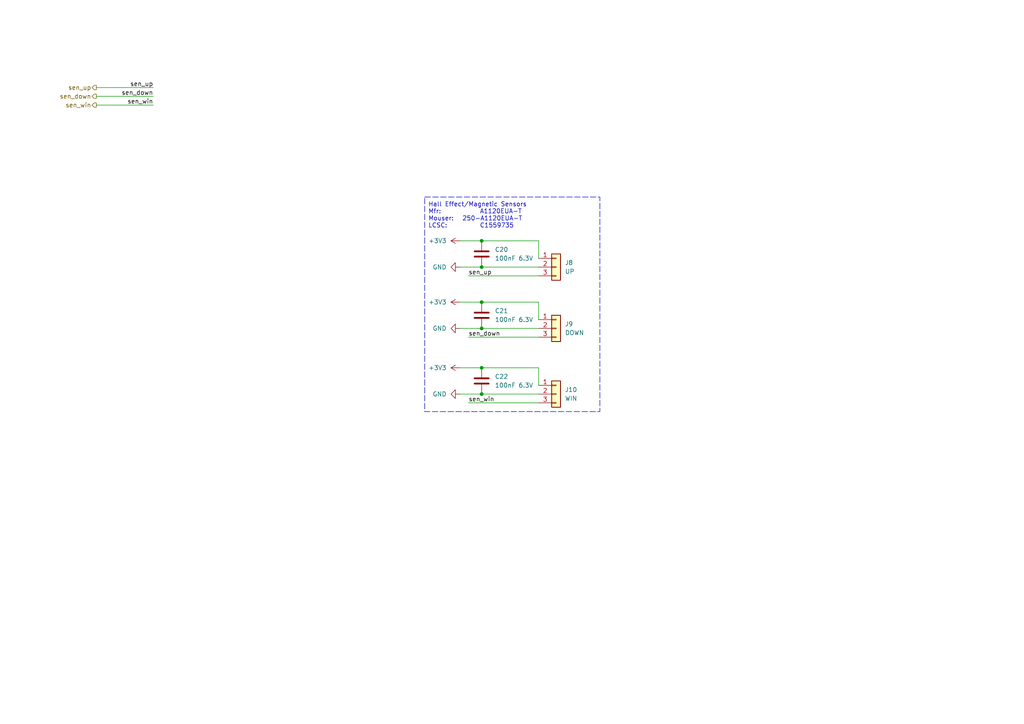
<source format=kicad_sch>
(kicad_sch (version 20231120) (generator "eeschema") (generator_version "8.0")
  (paper "A4")
  (title_block (title "ESPHome Cover PCB") (date "2024-05-12") (rev "1") (company "Tim"))
  (lib_symbols
    (symbol "Connector_Generic:Conn_01x03" (pin_names (offset 1.016) hide)
      (property "Reference" "J" (at 0 5.08 0))
      (property "Value" "Conn_01x03" (at 0 -5.08 0))
      (symbol "Conn_01x03_1_1"
        (rectangle (start -1.27 -2.413) (end 0 -2.667) (stroke (width 0.1524)))
        (rectangle (start -1.27 0.127) (end 0 -0.127) (stroke (width 0.1524)))
        (rectangle (start -1.27 2.667) (end 0 2.413) (stroke (width 0.1524)))
        (rectangle (start -1.27 3.81) (end 1.27 -3.81) (stroke (width 0.254)) (fill (type background)))
        (pin passive line (at -5.08 2.54 0) (length 3.81) (name "Pin_1") (number "1"))
        (pin passive line (at -5.08 0 0) (length 3.81) (name "Pin_2") (number "2"))
        (pin passive line (at -5.08 -2.54 0) (length 3.81) (name "Pin_3") (number "3"))
      )
    )
    (symbol "Device:C" (pin_numbers hide) (pin_names (offset 0.254))
      (property "Reference" "C" (at 0.635 2.54 0))
      (property "Value" "C" (at 0.635 -2.54 0))
      (symbol "C_0_1"
        (polyline (pts (xy -2.032 -0.762) (xy 2.032 -0.762)) (stroke (width 0.508)))
        (polyline (pts (xy -2.032 0.762) (xy 2.032 0.762)) (stroke (width 0.508)))
      )
      (symbol "C_1_1"
        (pin passive line (at 0 3.81 270) (length 2.794) (name "~") (number "1"))
        (pin passive line (at 0 -3.81 90) (length 2.794) (name "~") (number "2"))
      )
    )
    (symbol "power:+3V3" (power) (pin_numbers hide) (pin_names (offset 0) hide)
      (property "Value" "+3V3" (at 0 3.556 0))
      (symbol "+3V3_0_1"
        (polyline (pts (xy -0.762 1.27) (xy 0 2.54)))
        (polyline (pts (xy 0 0) (xy 0 2.54)))
        (polyline (pts (xy 0 2.54) (xy 0.762 1.27)))
      )
      (symbol "+3V3_1_1"
        (pin power_in line (at 0 0 90) (length 0) (name "~") (number "1"))
      )
    )
    (symbol "power:GND" (power) (pin_numbers hide) (pin_names (offset 0) hide)
      (property "Value" "GND" (at 0 -3.81 0))
      (symbol "GND_0_1"
        (polyline (pts (xy 0 0) (xy 0 -1.27) (xy 1.27 -1.27) (xy 0 -2.54) (xy -1.27 -1.27) (xy 0 -1.27)))
      )
      (symbol "GND_1_1"
        (pin power_in line (at 0 0 270) (length 0) (name "~") (number "1"))
      )
    )
  )
  (junction (at 139.7 77.47))
  (junction (at 139.7 95.25))
  (junction (at 139.7 106.68))
  (junction (at 139.7 114.3))
  (junction (at 139.7 87.63))
  (junction (at 139.7 69.85))
  (wire (pts (xy 27.94 30.48) (xy 44.45 30.48)))
  (wire (pts (xy 139.7 114.3) (xy 156.21 114.3)))
  (wire (pts (xy 135.89 97.79) (xy 156.21 97.79)))
  (wire (pts (xy 27.94 27.94) (xy 44.45 27.94)))
  (wire (pts (xy 133.35 87.63) (xy 139.7 87.63)))
  (wire (pts (xy 156.21 106.68) (xy 139.7 106.68)))
  (wire (pts (xy 156.21 74.93) (xy 156.21 69.85)))
  (wire (pts (xy 135.89 116.84) (xy 156.21 116.84)))
  (wire (pts (xy 27.94 25.4) (xy 44.45 25.4)))
  (wire (pts (xy 156.21 92.71) (xy 156.21 87.63)))
  (wire (pts (xy 156.21 69.85) (xy 139.7 69.85)))
  (wire (pts (xy 133.35 95.25) (xy 139.7 95.25)))
  (wire (pts (xy 135.89 80.01) (xy 156.21 80.01)))
  (wire (pts (xy 133.35 114.3) (xy 139.7 114.3)))
  (wire (pts (xy 139.7 95.25) (xy 156.21 95.25)))
  (wire (pts (xy 133.35 77.47) (xy 139.7 77.47)))
  (wire (pts (xy 156.21 111.76) (xy 156.21 106.68)))
  (wire (pts (xy 133.35 106.68) (xy 139.7 106.68)))
  (wire (pts (xy 156.21 87.63) (xy 139.7 87.63)))
  (wire (pts (xy 133.35 69.85) (xy 139.7 69.85)))
  (wire (pts (xy 139.7 77.47) (xy 156.21 77.47)))
  (rectangle (start 123.19 57.15) (end 173.99 119.38) (stroke (width 0) (type dash)))
  (text "Hall Effect/Magnetic Sensors\nMfr:		A1120EUA-T\nMouser:	250-A1120EUA-T\nLCSC:		C1559735" (at 124.206 58.674 0) (effects (font (size 1.27 1.27)) (justify left top)))
  (label "sen_win" (at 135.89 116.84 0))
  (label "sen_down" (at 135.89 97.79 0))
  (label "sen_down" (at 44.45 27.94 180))
  (label "sen_win" (at 44.45 30.48 180))
  (label "sen_up" (at 135.89 80.01 0))
  (label "sen_up" (at 44.45 25.4 180))
  (hierarchical_label "sen_down" (shape output) (at 27.94 27.94 180))
  (hierarchical_label "sen_win" (shape output) (at 27.94 30.48 180))
  (hierarchical_label "sen_up" (shape output) (at 27.94 25.4 180))
  (symbol (lib_id "power:+3V3") (at 133.35 106.68 90) (unit 1)
    (property "Reference" "#PWR051" (effects (hide yes)))
    (property "Value" "+3V3" (at 129.54 106.6799 90) (effects (justify left)))
    (property "Description" "Power symbol creates a global label with name \"+3V3\"" (effects (hide yes)))
  )
  (symbol (lib_id "power:GND") (at 133.35 95.25 270) (unit 1)
    (property "Reference" "#PWR050" (effects (hide yes)))
    (property "Value" "GND" (at 129.54 95.2499 90) (effects (justify right)))
    (property "Description" "Power symbol creates a global label with name \"GND\" , ground" (effects (hide yes)))
  )
  (symbol (lib_id "Device:C") (at 139.7 73.66 0) (unit 1)
    (property "Reference" "C20" (at 143.51 72.3899 0) (effects (justify left)))
    (property "Value" "100nF 6.3V" (at 143.51 74.9299 0) (effects (justify left)))
    (property "Footprint" "Capacitor_SMD:C_0603_1608Metric" (effects (hide yes)))
    (property "Description" "Unpolarized capacitor" (effects (hide yes)))
    (property "Mouser Part Number" "581-06036C104JAT2A" (effects (hide yes)))
  )
  (symbol (lib_id "power:GND") (at 133.35 114.3 270) (unit 1)
    (property "Reference" "#PWR052" (effects (hide yes)))
    (property "Value" "GND" (at 129.54 114.2999 90) (effects (justify right)))
    (property "Description" "Power symbol creates a global label with name \"GND\" , ground" (effects (hide yes)))
  )
  (symbol (lib_id "Connector_Generic:Conn_01x03") (at 161.29 95.25 0) (unit 1)
    (property "Reference" "J9" (at 163.83 93.9799 0) (effects (justify left)))
    (property "Value" "DOWN" (at 163.83 96.5199 0) (effects (justify left)))
    (property "Footprint" "Connector_JST:JST_XH_B3B-XH-A_1x03_P2.50mm_Vertical" (effects (hide yes)))
    (property "Description" "Generic connector, single row, 01x03, script generated (kicad-library-utils/schlib/autogen/connector/)" (effects (hide yes)))
  )
  (symbol (lib_id "Device:C") (at 139.7 91.44 0) (unit 1)
    (property "Reference" "C21" (at 143.51 90.1699 0) (effects (justify left)))
    (property "Value" "100nF 6.3V" (at 143.51 92.7099 0) (effects (justify left)))
    (property "Footprint" "Capacitor_SMD:C_0603_1608Metric" (effects (hide yes)))
    (property "Description" "Unpolarized capacitor" (effects (hide yes)))
    (property "Mouser Part Number" "581-06036C104JAT2A" (effects (hide yes)))
  )
  (symbol (lib_id "power:GND") (at 133.35 77.47 270) (unit 1)
    (property "Reference" "#PWR049" (effects (hide yes)))
    (property "Value" "GND" (at 129.54 77.4699 90) (effects (justify right)))
    (property "Description" "Power symbol creates a global label with name \"GND\" , ground" (effects (hide yes)))
  )
  (symbol (lib_id "power:+3V3") (at 133.35 87.63 90) (unit 1)
    (property "Reference" "#PWR048" (effects (hide yes)))
    (property "Value" "+3V3" (at 129.54 87.6299 90) (effects (justify left)))
    (property "Description" "Power symbol creates a global label with name \"+3V3\"" (effects (hide yes)))
  )
  (symbol (lib_id "Device:C") (at 139.7 110.49 0) (unit 1)
    (property "Reference" "C22" (at 143.51 109.2199 0) (effects (justify left)))
    (property "Value" "100nF 6.3V" (at 143.51 111.7599 0) (effects (justify left)))
    (property "Footprint" "Capacitor_SMD:C_0603_1608Metric" (effects (hide yes)))
    (property "Description" "Unpolarized capacitor" (effects (hide yes)))
    (property "Mouser Part Number" "581-06036C104JAT2A" (effects (hide yes)))
  )
  (symbol (lib_id "Connector_Generic:Conn_01x03") (at 161.29 114.3 0) (unit 1)
    (property "Reference" "J10" (at 163.83 113.0299 0) (effects (justify left)))
    (property "Value" "WIN" (at 163.83 115.5699 0) (effects (justify left)))
    (property "Footprint" "Connector_JST:JST_XH_B3B-XH-A_1x03_P2.50mm_Vertical" (effects (hide yes)))
    (property "Description" "Generic connector, single row, 01x03, script generated (kicad-library-utils/schlib/autogen/connector/)" (effects (hide yes)))
  )
  (symbol (lib_id "power:+3V3") (at 133.35 69.85 90) (unit 1)
    (property "Reference" "#PWR047" (effects (hide yes)))
    (property "Value" "+3V3" (at 129.54 69.8499 90) (effects (justify left)))
    (property "Description" "Power symbol creates a global label with name \"+3V3\"" (effects (hide yes)))
  )
  (symbol (lib_id "Connector_Generic:Conn_01x03") (at 161.29 77.47 0) (unit 1)
    (property "Reference" "J8" (at 163.83 76.1999 0) (effects (justify left)))
    (property "Value" "UP" (at 163.83 78.7399 0) (effects (justify left)))
    (property "Footprint" "Connector_JST:JST_XH_B3B-XH-A_1x03_P2.50mm_Vertical" (effects (hide yes)))
    (property "Description" "Generic connector, single row, 01x03, script generated (kicad-library-utils/schlib/autogen/connector/)" (effects (hide yes)))
  )
)
</source>
